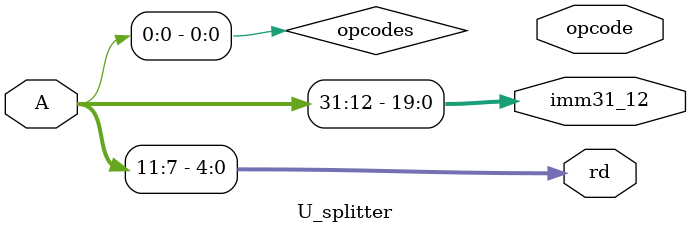
<source format=v>
module U_splitter (
    input [31:0] A,
    output [6:0] opcode,
    output [4:0] rd,
    output [19:0] imm31_12 
);

assign opcodes = A[6:0];
assign rd = A[11:7];
assign imm31_12 = A[31:12];

endmodule
</source>
